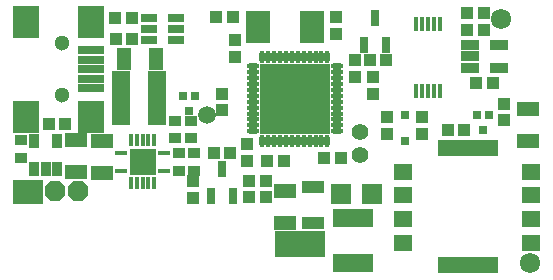
<source format=gts>
%FSLAX25Y25*%
%MOIN*%
G70*
G01*
G75*
G04 Layer_Color=8388736*
%ADD10R,0.07874X0.01969*%
%ADD11R,0.07874X0.09843*%
%ADD12R,0.03543X0.02756*%
%ADD13R,0.01969X0.02362*%
%ADD14R,0.05906X0.05906*%
%ADD15R,0.06693X0.04331*%
%ADD16R,0.03543X0.03150*%
%ADD17R,0.04331X0.06693*%
%ADD18R,0.02362X0.04528*%
%ADD19O,0.00984X0.03543*%
%ADD20O,0.03543X0.00984*%
%ADD21R,0.22441X0.22441*%
%ADD22R,0.07480X0.10236*%
%ADD23R,0.02559X0.04331*%
%ADD24R,0.04724X0.02362*%
%ADD25R,0.06693X0.03150*%
%ADD26R,0.03150X0.03543*%
%ADD27R,0.00984X0.04331*%
%ADD28R,0.08071X0.08071*%
%ADD29O,0.00787X0.03543*%
%ADD30O,0.03543X0.00787*%
%ADD31R,0.05315X0.04724*%
%ADD32R,0.19685X0.04724*%
%ADD33R,0.01969X0.01969*%
%ADD34R,0.12992X0.05512*%
%ADD35R,0.05118X0.02756*%
%ADD36R,0.05709X0.17323*%
%ADD37C,0.00984*%
%ADD38C,0.01181*%
%ADD39C,0.01969*%
%ADD40C,0.01575*%
%ADD41C,0.03937*%
%ADD42R,0.13780X0.06496*%
%ADD43R,0.15748X0.07874*%
%ADD44C,0.05118*%
%ADD45R,0.09055X0.07087*%
%ADD46C,0.04724*%
%ADD47P,0.06392X8X112.5*%
%ADD48C,0.06000*%
%ADD49C,0.04331*%
%ADD50C,0.02756*%
%ADD51C,0.01969*%
%ADD52C,0.03543*%
%ADD53C,0.03937*%
%ADD54R,0.03937X0.05906*%
%ADD55R,0.05906X0.06890*%
%ADD56C,0.01000*%
%ADD57C,0.00787*%
%ADD58C,0.00394*%
%ADD59C,0.00606*%
%ADD60C,0.00591*%
%ADD61R,0.08661X0.02756*%
%ADD62R,0.08661X0.10630*%
%ADD63R,0.04331X0.03543*%
%ADD64R,0.02756X0.03150*%
%ADD65R,0.06693X0.06693*%
%ADD66R,0.07480X0.05118*%
%ADD67R,0.04331X0.03937*%
%ADD68R,0.05118X0.07480*%
%ADD69R,0.03150X0.05315*%
%ADD70O,0.01772X0.04331*%
%ADD71O,0.04331X0.01772*%
%ADD72R,0.23228X0.23228*%
%ADD73R,0.08268X0.11024*%
%ADD74R,0.03347X0.05118*%
%ADD75R,0.05512X0.03150*%
%ADD76R,0.07480X0.03937*%
%ADD77R,0.03937X0.04331*%
%ADD78R,0.01772X0.05118*%
%ADD79R,0.08858X0.08858*%
%ADD80O,0.01575X0.04331*%
%ADD81O,0.04331X0.01575*%
%ADD82R,0.06102X0.05512*%
%ADD83R,0.20472X0.05512*%
%ADD84R,0.02756X0.02756*%
%ADD85R,0.13780X0.06299*%
%ADD86R,0.05906X0.03543*%
%ADD87R,0.06496X0.18110*%
%ADD88R,0.16535X0.08661*%
%ADD89C,0.05906*%
%ADD90R,0.09843X0.07874*%
%ADD91C,0.05512*%
%ADD92P,0.07244X8X112.5*%
%ADD93C,0.06787*%
%ADD94C,0.02756*%
D44*
X16831Y-12894D02*
D03*
Y-30217D02*
D03*
D61*
X26673Y-15256D02*
D03*
Y-27854D02*
D03*
Y-18406D02*
D03*
Y-24705D02*
D03*
Y-21555D02*
D03*
D62*
X5020Y-37303D02*
D03*
X26673Y-5807D02*
D03*
Y-37303D02*
D03*
X5020Y-5807D02*
D03*
D63*
X54527Y-38681D02*
D03*
Y-44587D02*
D03*
X55807Y-55315D02*
D03*
Y-49409D02*
D03*
X59941Y-44587D02*
D03*
Y-38681D02*
D03*
X60925Y-49409D02*
D03*
Y-55315D02*
D03*
X3150Y-51083D02*
D03*
Y-45177D02*
D03*
D64*
X61221Y-30315D02*
D03*
X57284D02*
D03*
X59252Y-35433D02*
D03*
X159252Y-36713D02*
D03*
X155315D02*
D03*
X157283Y-41831D02*
D03*
D65*
X109941Y-62992D02*
D03*
X120374D02*
D03*
D66*
X172146Y-34744D02*
D03*
Y-45374D02*
D03*
X21654Y-45276D02*
D03*
Y-55905D02*
D03*
X30413Y-45374D02*
D03*
Y-56004D02*
D03*
X91437Y-62008D02*
D03*
Y-72638D02*
D03*
D67*
X60728Y-64468D02*
D03*
Y-58957D02*
D03*
X79331Y-58760D02*
D03*
Y-64272D02*
D03*
X84842Y-58760D02*
D03*
Y-64272D02*
D03*
X78543Y-46555D02*
D03*
Y-52067D02*
D03*
X114665Y-24114D02*
D03*
Y-18602D02*
D03*
X120669Y-24213D02*
D03*
Y-29724D02*
D03*
X108268Y-9744D02*
D03*
Y-4232D02*
D03*
X125295Y-43110D02*
D03*
Y-37598D02*
D03*
X137106Y-43012D02*
D03*
Y-37500D02*
D03*
X157579Y-8465D02*
D03*
Y-2953D02*
D03*
X151969Y-2953D02*
D03*
Y-8465D02*
D03*
X74508Y-17323D02*
D03*
Y-11811D02*
D03*
X70374Y-35236D02*
D03*
Y-29724D02*
D03*
X164370Y-38583D02*
D03*
Y-33071D02*
D03*
D68*
X37697Y-18209D02*
D03*
X48327D02*
D03*
D69*
X66634Y-63681D02*
D03*
X74114D02*
D03*
X70374Y-54823D02*
D03*
X121260Y-4528D02*
D03*
X125000Y-13386D02*
D03*
X117520D02*
D03*
D70*
X105413Y-17421D02*
D03*
X103445D02*
D03*
X101476D02*
D03*
X99508D02*
D03*
X97539D02*
D03*
X95571D02*
D03*
X93602D02*
D03*
X91634D02*
D03*
X89665D02*
D03*
X87697D02*
D03*
X85728D02*
D03*
X83760D02*
D03*
Y-45374D02*
D03*
X85728D02*
D03*
X87697D02*
D03*
X89665D02*
D03*
X91634D02*
D03*
X93602D02*
D03*
X95571D02*
D03*
X97539D02*
D03*
X99508D02*
D03*
X101476D02*
D03*
X103445D02*
D03*
X105413D02*
D03*
D71*
X80610Y-20571D02*
D03*
Y-22539D02*
D03*
Y-24508D02*
D03*
Y-26476D02*
D03*
Y-28445D02*
D03*
Y-30413D02*
D03*
Y-32382D02*
D03*
Y-34350D02*
D03*
Y-36319D02*
D03*
Y-38287D02*
D03*
Y-40256D02*
D03*
Y-42224D02*
D03*
X108563D02*
D03*
Y-40256D02*
D03*
Y-38287D02*
D03*
Y-36319D02*
D03*
Y-34350D02*
D03*
Y-32382D02*
D03*
Y-30413D02*
D03*
Y-28445D02*
D03*
Y-26476D02*
D03*
Y-24508D02*
D03*
Y-22539D02*
D03*
Y-20571D02*
D03*
D72*
X94587Y-31398D02*
D03*
D73*
X100394Y-7382D02*
D03*
X82284D02*
D03*
D74*
X7776Y-45374D02*
D03*
X15256D02*
D03*
Y-54823D02*
D03*
X11516D02*
D03*
X7776D02*
D03*
D75*
X45866Y-4331D02*
D03*
Y-8071D02*
D03*
Y-11811D02*
D03*
X54921D02*
D03*
Y-8071D02*
D03*
Y-4331D02*
D03*
D76*
X100787Y-72835D02*
D03*
Y-60630D02*
D03*
D77*
X125098Y-18406D02*
D03*
X119587D02*
D03*
X34843Y-11516D02*
D03*
X40354D02*
D03*
X104429Y-50984D02*
D03*
X109941D02*
D03*
X68405Y-4134D02*
D03*
X73917D02*
D03*
X12478Y-39727D02*
D03*
X17990D02*
D03*
X40256Y-4528D02*
D03*
X34744D02*
D03*
X67618Y-49508D02*
D03*
X73130D02*
D03*
X151083Y-41929D02*
D03*
X145571D02*
D03*
X160630Y-26280D02*
D03*
X155118D02*
D03*
X90847Y-52067D02*
D03*
X85335D02*
D03*
D78*
X142913Y-6594D02*
D03*
X140945D02*
D03*
X138976D02*
D03*
X137008D02*
D03*
X135039D02*
D03*
Y-28642D02*
D03*
X137008D02*
D03*
X138976D02*
D03*
X140945D02*
D03*
X142913D02*
D03*
D79*
X43799Y-52362D02*
D03*
D80*
X39862Y-45276D02*
D03*
X41831D02*
D03*
X43799D02*
D03*
X45768D02*
D03*
X47736D02*
D03*
Y-59449D02*
D03*
X45768D02*
D03*
X43799D02*
D03*
X41831D02*
D03*
X39862D02*
D03*
D81*
X50886Y-49409D02*
D03*
Y-55315D02*
D03*
X36713D02*
D03*
Y-49409D02*
D03*
D82*
X130709Y-79331D02*
D03*
Y-71457D02*
D03*
Y-63583D02*
D03*
Y-55709D02*
D03*
X173228D02*
D03*
Y-63583D02*
D03*
Y-71457D02*
D03*
Y-79331D02*
D03*
D83*
X152362Y-47835D02*
D03*
Y-86811D02*
D03*
D84*
X131201Y-45472D02*
D03*
Y-36811D02*
D03*
D85*
X113878Y-71161D02*
D03*
Y-86122D02*
D03*
D86*
X153051Y-13484D02*
D03*
Y-17224D02*
D03*
Y-20965D02*
D03*
X162500D02*
D03*
Y-13484D02*
D03*
D87*
X36516Y-31201D02*
D03*
X48720D02*
D03*
D88*
X96260Y-79921D02*
D03*
D89*
X65158Y-36811D02*
D03*
D90*
X5709Y-62303D02*
D03*
D91*
X116240Y-50197D02*
D03*
X116142Y-42421D02*
D03*
D92*
X14567Y-62106D02*
D03*
X22441D02*
D03*
D93*
X163287Y-4921D02*
D03*
X172835Y-86122D02*
D03*
D94*
X45965Y-54528D02*
D03*
X41634D02*
D03*
X45965Y-50197D02*
D03*
X41634D02*
D03*
M02*

</source>
